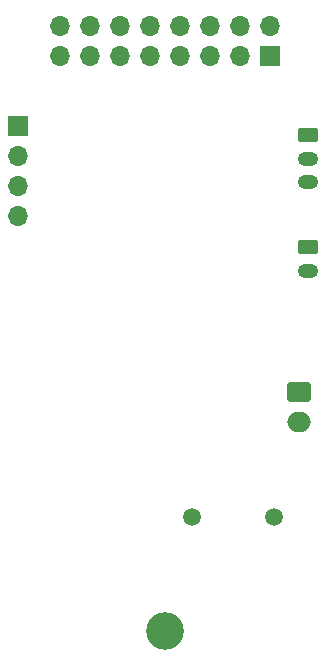
<source format=gbs>
%TF.GenerationSoftware,KiCad,Pcbnew,(6.0.9)*%
%TF.CreationDate,2022-12-02T21:40:22+00:00*%
%TF.ProjectId,PowerManagement,506f7765-724d-4616-9e61-67656d656e74,rev?*%
%TF.SameCoordinates,Original*%
%TF.FileFunction,Soldermask,Bot*%
%TF.FilePolarity,Negative*%
%FSLAX46Y46*%
G04 Gerber Fmt 4.6, Leading zero omitted, Abs format (unit mm)*
G04 Created by KiCad (PCBNEW (6.0.9)) date 2022-12-02 21:40:22*
%MOMM*%
%LPD*%
G01*
G04 APERTURE LIST*
G04 Aperture macros list*
%AMRoundRect*
0 Rectangle with rounded corners*
0 $1 Rounding radius*
0 $2 $3 $4 $5 $6 $7 $8 $9 X,Y pos of 4 corners*
0 Add a 4 corners polygon primitive as box body*
4,1,4,$2,$3,$4,$5,$6,$7,$8,$9,$2,$3,0*
0 Add four circle primitives for the rounded corners*
1,1,$1+$1,$2,$3*
1,1,$1+$1,$4,$5*
1,1,$1+$1,$6,$7*
1,1,$1+$1,$8,$9*
0 Add four rect primitives between the rounded corners*
20,1,$1+$1,$2,$3,$4,$5,0*
20,1,$1+$1,$4,$5,$6,$7,0*
20,1,$1+$1,$6,$7,$8,$9,0*
20,1,$1+$1,$8,$9,$2,$3,0*%
G04 Aperture macros list end*
%ADD10C,3.200000*%
%ADD11C,1.500000*%
%ADD12R,1.700000X1.700000*%
%ADD13O,1.700000X1.700000*%
%ADD14RoundRect,0.250000X-0.625000X0.350000X-0.625000X-0.350000X0.625000X-0.350000X0.625000X0.350000X0*%
%ADD15O,1.750000X1.200000*%
%ADD16RoundRect,0.250000X-0.750000X0.600000X-0.750000X-0.600000X0.750000X-0.600000X0.750000X0.600000X0*%
%ADD17O,2.000000X1.700000*%
G04 APERTURE END LIST*
D10*
%TO.C,REF\u002A\u002A*%
X35000000Y-75500000D03*
%TD*%
D11*
%TO.C,J2*%
X37214000Y-65796000D03*
X44214000Y-65796000D03*
%TD*%
D12*
%TO.C,J1*%
X22500000Y-32700000D03*
D13*
X22500000Y-35240000D03*
X22500000Y-37780000D03*
X22500000Y-40320000D03*
%TD*%
D14*
%TO.C,J5*%
X47050000Y-33500000D03*
D15*
X47050000Y-35500000D03*
X47050000Y-37500000D03*
%TD*%
D16*
%TO.C,J4*%
X46275000Y-55250000D03*
D17*
X46275000Y-57750000D03*
%TD*%
D14*
%TO.C,J6*%
X47050000Y-43000000D03*
D15*
X47050000Y-45000000D03*
%TD*%
D12*
%TO.C,J3*%
X43890000Y-26770000D03*
D13*
X43890000Y-24230000D03*
X41350000Y-26770000D03*
X41350000Y-24230000D03*
X38810000Y-26770000D03*
X38810000Y-24230000D03*
X36270000Y-26770000D03*
X36270000Y-24230000D03*
X33730000Y-26770000D03*
X33730000Y-24230000D03*
X31190000Y-26770000D03*
X31190000Y-24230000D03*
X28650000Y-26770000D03*
X28650000Y-24230000D03*
X26110000Y-26770000D03*
X26110000Y-24230000D03*
%TD*%
M02*

</source>
